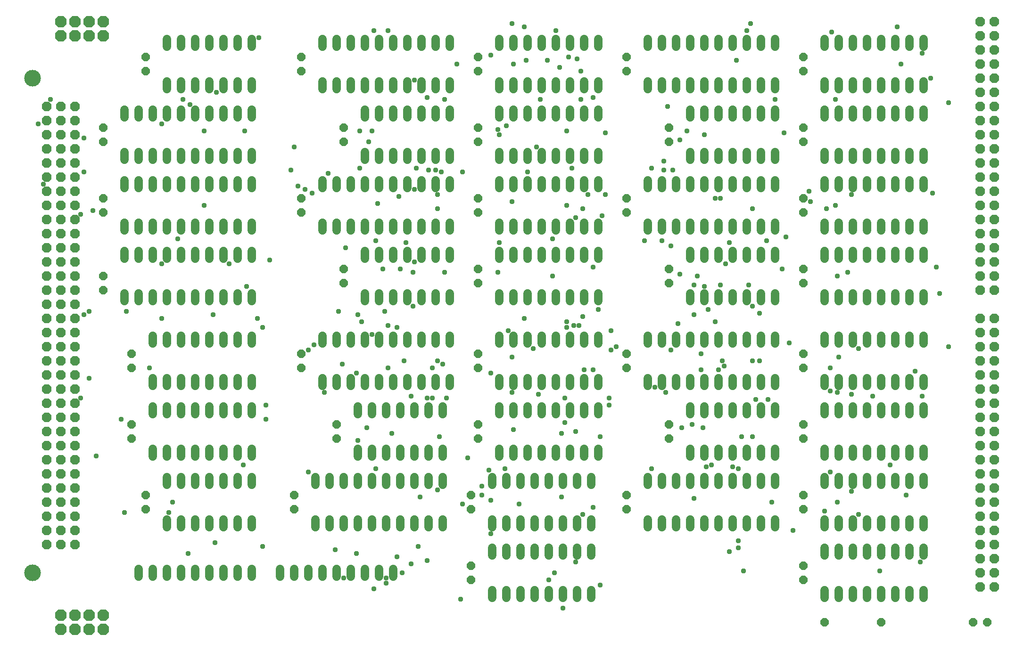
<source format=gbr>
G04 EAGLE Gerber RS-274X export*
G75*
%MOMM*%
%FSLAX34Y34*%
%LPD*%
%INSoldermask Bottom*%
%IPPOS*%
%AMOC8*
5,1,8,0,0,1.08239X$1,22.5*%
G01*
%ADD10P,1.649562X8X112.500000*%
%ADD11C,1.524000*%
%ADD12P,2.254402X8X22.500000*%
%ADD13P,1.869504X8X292.500000*%
%ADD14P,1.869504X8X202.500000*%
%ADD15C,2.997200*%
%ADD16P,1.649562X8X202.500000*%
%ADD17C,0.959600*%


D10*
X152400Y901700D03*
X152400Y927100D03*
X812800Y114300D03*
X812800Y139700D03*
X571500Y368300D03*
X571500Y393700D03*
X508000Y495300D03*
X508000Y520700D03*
X508000Y1028700D03*
X508000Y1054100D03*
X584200Y901700D03*
X584200Y927100D03*
X508000Y774700D03*
X508000Y800100D03*
X584200Y647700D03*
X584200Y673100D03*
X228600Y1028700D03*
X228600Y1054100D03*
X495300Y241300D03*
X495300Y266700D03*
X203200Y368300D03*
X203200Y393700D03*
X825500Y368300D03*
X825500Y393700D03*
X152400Y635000D03*
X152400Y660400D03*
X203200Y495300D03*
X203200Y520700D03*
X825500Y901700D03*
X825500Y927100D03*
X825500Y774700D03*
X825500Y800100D03*
X228600Y241300D03*
X228600Y266700D03*
X1168400Y368300D03*
X1168400Y393700D03*
X1092200Y495300D03*
X1092200Y520700D03*
X152400Y774700D03*
X152400Y800100D03*
X1168400Y647700D03*
X1168400Y673100D03*
X1092200Y774700D03*
X1092200Y800100D03*
X1168400Y901700D03*
X1168400Y927100D03*
X1092200Y1028700D03*
X1092200Y1054100D03*
X1409700Y1028700D03*
X1409700Y1054100D03*
X1409700Y901700D03*
X1409700Y927100D03*
X1409700Y368300D03*
X1409700Y393700D03*
X1409700Y114300D03*
X1409700Y139700D03*
X1409700Y774700D03*
X1409700Y800100D03*
X1409700Y495300D03*
X1409700Y520700D03*
X1092200Y241300D03*
X1092200Y266700D03*
X1409700Y241300D03*
X1409700Y266700D03*
X1409700Y647700D03*
X1409700Y673100D03*
X825500Y1028700D03*
X825500Y1054100D03*
X825500Y647700D03*
X825500Y673100D03*
X825500Y495300D03*
X825500Y520700D03*
X812800Y241300D03*
X812800Y266700D03*
D11*
X241300Y336296D02*
X241300Y349504D01*
X266700Y349504D02*
X266700Y336296D01*
X393700Y336296D02*
X393700Y349504D01*
X419100Y349504D02*
X419100Y336296D01*
X292100Y336296D02*
X292100Y349504D01*
X317500Y349504D02*
X317500Y336296D01*
X368300Y336296D02*
X368300Y349504D01*
X342900Y349504D02*
X342900Y336296D01*
X419100Y412496D02*
X419100Y425704D01*
X393700Y425704D02*
X393700Y412496D01*
X368300Y412496D02*
X368300Y425704D01*
X342900Y425704D02*
X342900Y412496D01*
X317500Y412496D02*
X317500Y425704D01*
X292100Y425704D02*
X292100Y412496D01*
X266700Y412496D02*
X266700Y425704D01*
X241300Y425704D02*
X241300Y412496D01*
X190500Y869696D02*
X190500Y882904D01*
X215900Y882904D02*
X215900Y869696D01*
X342900Y869696D02*
X342900Y882904D01*
X368300Y882904D02*
X368300Y869696D01*
X241300Y869696D02*
X241300Y882904D01*
X266700Y882904D02*
X266700Y869696D01*
X317500Y869696D02*
X317500Y882904D01*
X292100Y882904D02*
X292100Y869696D01*
X393700Y869696D02*
X393700Y882904D01*
X419100Y882904D02*
X419100Y869696D01*
X419100Y945896D02*
X419100Y959104D01*
X393700Y959104D02*
X393700Y945896D01*
X368300Y945896D02*
X368300Y959104D01*
X342900Y959104D02*
X342900Y945896D01*
X317500Y945896D02*
X317500Y959104D01*
X292100Y959104D02*
X292100Y945896D01*
X266700Y945896D02*
X266700Y959104D01*
X241300Y959104D02*
X241300Y945896D01*
X215900Y945896D02*
X215900Y959104D01*
X190500Y959104D02*
X190500Y945896D01*
X1447800Y628904D02*
X1447800Y615696D01*
X1473200Y615696D02*
X1473200Y628904D01*
X1600200Y628904D02*
X1600200Y615696D01*
X1625600Y615696D02*
X1625600Y628904D01*
X1498600Y628904D02*
X1498600Y615696D01*
X1524000Y615696D02*
X1524000Y628904D01*
X1574800Y628904D02*
X1574800Y615696D01*
X1549400Y615696D02*
X1549400Y628904D01*
X1625600Y691896D02*
X1625600Y705104D01*
X1600200Y705104D02*
X1600200Y691896D01*
X1574800Y691896D02*
X1574800Y705104D01*
X1549400Y705104D02*
X1549400Y691896D01*
X1524000Y691896D02*
X1524000Y705104D01*
X1498600Y705104D02*
X1498600Y691896D01*
X1473200Y691896D02*
X1473200Y705104D01*
X1447800Y705104D02*
X1447800Y691896D01*
X1447800Y742696D02*
X1447800Y755904D01*
X1473200Y755904D02*
X1473200Y742696D01*
X1600200Y742696D02*
X1600200Y755904D01*
X1625600Y755904D02*
X1625600Y742696D01*
X1498600Y742696D02*
X1498600Y755904D01*
X1524000Y755904D02*
X1524000Y742696D01*
X1574800Y742696D02*
X1574800Y755904D01*
X1549400Y755904D02*
X1549400Y742696D01*
X1625600Y818896D02*
X1625600Y832104D01*
X1600200Y832104D02*
X1600200Y818896D01*
X1574800Y818896D02*
X1574800Y832104D01*
X1549400Y832104D02*
X1549400Y818896D01*
X1524000Y818896D02*
X1524000Y832104D01*
X1498600Y832104D02*
X1498600Y818896D01*
X1473200Y818896D02*
X1473200Y832104D01*
X1447800Y832104D02*
X1447800Y818896D01*
X1447800Y996696D02*
X1447800Y1009904D01*
X1473200Y1009904D02*
X1473200Y996696D01*
X1600200Y996696D02*
X1600200Y1009904D01*
X1625600Y1009904D02*
X1625600Y996696D01*
X1498600Y996696D02*
X1498600Y1009904D01*
X1524000Y1009904D02*
X1524000Y996696D01*
X1574800Y996696D02*
X1574800Y1009904D01*
X1549400Y1009904D02*
X1549400Y996696D01*
X1625600Y1072896D02*
X1625600Y1086104D01*
X1600200Y1086104D02*
X1600200Y1072896D01*
X1574800Y1072896D02*
X1574800Y1086104D01*
X1549400Y1086104D02*
X1549400Y1072896D01*
X1524000Y1072896D02*
X1524000Y1086104D01*
X1498600Y1086104D02*
X1498600Y1072896D01*
X1473200Y1072896D02*
X1473200Y1086104D01*
X1447800Y1086104D02*
X1447800Y1072896D01*
X1447800Y882904D02*
X1447800Y869696D01*
X1473200Y869696D02*
X1473200Y882904D01*
X1600200Y882904D02*
X1600200Y869696D01*
X1625600Y869696D02*
X1625600Y882904D01*
X1498600Y882904D02*
X1498600Y869696D01*
X1524000Y869696D02*
X1524000Y882904D01*
X1574800Y882904D02*
X1574800Y869696D01*
X1549400Y869696D02*
X1549400Y882904D01*
X1625600Y945896D02*
X1625600Y959104D01*
X1600200Y959104D02*
X1600200Y945896D01*
X1574800Y945896D02*
X1574800Y959104D01*
X1549400Y959104D02*
X1549400Y945896D01*
X1524000Y945896D02*
X1524000Y959104D01*
X1498600Y959104D02*
X1498600Y945896D01*
X1473200Y945896D02*
X1473200Y959104D01*
X1447800Y959104D02*
X1447800Y945896D01*
X1130300Y755904D02*
X1130300Y742696D01*
X1155700Y742696D02*
X1155700Y755904D01*
X1282700Y755904D02*
X1282700Y742696D01*
X1308100Y742696D02*
X1308100Y755904D01*
X1181100Y755904D02*
X1181100Y742696D01*
X1206500Y742696D02*
X1206500Y755904D01*
X1257300Y755904D02*
X1257300Y742696D01*
X1231900Y742696D02*
X1231900Y755904D01*
X1333500Y755904D02*
X1333500Y742696D01*
X1358900Y742696D02*
X1358900Y755904D01*
X1358900Y818896D02*
X1358900Y832104D01*
X1333500Y832104D02*
X1333500Y818896D01*
X1308100Y818896D02*
X1308100Y832104D01*
X1282700Y832104D02*
X1282700Y818896D01*
X1257300Y818896D02*
X1257300Y832104D01*
X1231900Y832104D02*
X1231900Y818896D01*
X1206500Y818896D02*
X1206500Y832104D01*
X1181100Y832104D02*
X1181100Y818896D01*
X1155700Y818896D02*
X1155700Y832104D01*
X1130300Y832104D02*
X1130300Y818896D01*
X241300Y476504D02*
X241300Y463296D01*
X266700Y463296D02*
X266700Y476504D01*
X393700Y476504D02*
X393700Y463296D01*
X419100Y463296D02*
X419100Y476504D01*
X292100Y476504D02*
X292100Y463296D01*
X317500Y463296D02*
X317500Y476504D01*
X368300Y476504D02*
X368300Y463296D01*
X342900Y463296D02*
X342900Y476504D01*
X419100Y539496D02*
X419100Y552704D01*
X393700Y552704D02*
X393700Y539496D01*
X368300Y539496D02*
X368300Y552704D01*
X342900Y552704D02*
X342900Y539496D01*
X317500Y539496D02*
X317500Y552704D01*
X292100Y552704D02*
X292100Y539496D01*
X266700Y539496D02*
X266700Y552704D01*
X241300Y552704D02*
X241300Y539496D01*
X1130300Y996696D02*
X1130300Y1009904D01*
X1155700Y1009904D02*
X1155700Y996696D01*
X1282700Y996696D02*
X1282700Y1009904D01*
X1308100Y1009904D02*
X1308100Y996696D01*
X1181100Y996696D02*
X1181100Y1009904D01*
X1206500Y1009904D02*
X1206500Y996696D01*
X1257300Y996696D02*
X1257300Y1009904D01*
X1231900Y1009904D02*
X1231900Y996696D01*
X1333500Y996696D02*
X1333500Y1009904D01*
X1358900Y1009904D02*
X1358900Y996696D01*
X1358900Y1072896D02*
X1358900Y1086104D01*
X1333500Y1086104D02*
X1333500Y1072896D01*
X1308100Y1072896D02*
X1308100Y1086104D01*
X1282700Y1086104D02*
X1282700Y1072896D01*
X1257300Y1072896D02*
X1257300Y1086104D01*
X1231900Y1086104D02*
X1231900Y1072896D01*
X1206500Y1072896D02*
X1206500Y1086104D01*
X1181100Y1086104D02*
X1181100Y1072896D01*
X1155700Y1072896D02*
X1155700Y1086104D01*
X1130300Y1086104D02*
X1130300Y1072896D01*
X190500Y628904D02*
X190500Y615696D01*
X215900Y615696D02*
X215900Y628904D01*
X342900Y628904D02*
X342900Y615696D01*
X368300Y615696D02*
X368300Y628904D01*
X241300Y628904D02*
X241300Y615696D01*
X266700Y615696D02*
X266700Y628904D01*
X317500Y628904D02*
X317500Y615696D01*
X292100Y615696D02*
X292100Y628904D01*
X393700Y628904D02*
X393700Y615696D01*
X419100Y615696D02*
X419100Y628904D01*
X419100Y691896D02*
X419100Y705104D01*
X393700Y705104D02*
X393700Y691896D01*
X368300Y691896D02*
X368300Y705104D01*
X342900Y705104D02*
X342900Y691896D01*
X317500Y691896D02*
X317500Y705104D01*
X292100Y705104D02*
X292100Y691896D01*
X266700Y691896D02*
X266700Y705104D01*
X241300Y705104D02*
X241300Y691896D01*
X215900Y691896D02*
X215900Y705104D01*
X190500Y705104D02*
X190500Y691896D01*
X863600Y996696D02*
X863600Y1009904D01*
X889000Y1009904D02*
X889000Y996696D01*
X1016000Y996696D02*
X1016000Y1009904D01*
X1041400Y1009904D02*
X1041400Y996696D01*
X914400Y996696D02*
X914400Y1009904D01*
X939800Y1009904D02*
X939800Y996696D01*
X990600Y996696D02*
X990600Y1009904D01*
X965200Y1009904D02*
X965200Y996696D01*
X1041400Y1072896D02*
X1041400Y1086104D01*
X1016000Y1086104D02*
X1016000Y1072896D01*
X990600Y1072896D02*
X990600Y1086104D01*
X965200Y1086104D02*
X965200Y1072896D01*
X939800Y1072896D02*
X939800Y1086104D01*
X914400Y1086104D02*
X914400Y1072896D01*
X889000Y1072896D02*
X889000Y1086104D01*
X863600Y1086104D02*
X863600Y1072896D01*
X863600Y882904D02*
X863600Y869696D01*
X889000Y869696D02*
X889000Y882904D01*
X1016000Y882904D02*
X1016000Y869696D01*
X1041400Y869696D02*
X1041400Y882904D01*
X914400Y882904D02*
X914400Y869696D01*
X939800Y869696D02*
X939800Y882904D01*
X990600Y882904D02*
X990600Y869696D01*
X965200Y869696D02*
X965200Y882904D01*
X1041400Y945896D02*
X1041400Y959104D01*
X1016000Y959104D02*
X1016000Y945896D01*
X990600Y945896D02*
X990600Y959104D01*
X965200Y959104D02*
X965200Y945896D01*
X939800Y945896D02*
X939800Y959104D01*
X914400Y959104D02*
X914400Y945896D01*
X889000Y945896D02*
X889000Y959104D01*
X863600Y959104D02*
X863600Y945896D01*
X863600Y755904D02*
X863600Y742696D01*
X889000Y742696D02*
X889000Y755904D01*
X1016000Y755904D02*
X1016000Y742696D01*
X1041400Y742696D02*
X1041400Y755904D01*
X914400Y755904D02*
X914400Y742696D01*
X939800Y742696D02*
X939800Y755904D01*
X990600Y755904D02*
X990600Y742696D01*
X965200Y742696D02*
X965200Y755904D01*
X1041400Y818896D02*
X1041400Y832104D01*
X1016000Y832104D02*
X1016000Y818896D01*
X990600Y818896D02*
X990600Y832104D01*
X965200Y832104D02*
X965200Y818896D01*
X939800Y818896D02*
X939800Y832104D01*
X914400Y832104D02*
X914400Y818896D01*
X889000Y818896D02*
X889000Y832104D01*
X863600Y832104D02*
X863600Y818896D01*
X863600Y628904D02*
X863600Y615696D01*
X889000Y615696D02*
X889000Y628904D01*
X1016000Y628904D02*
X1016000Y615696D01*
X1041400Y615696D02*
X1041400Y628904D01*
X914400Y628904D02*
X914400Y615696D01*
X939800Y615696D02*
X939800Y628904D01*
X990600Y628904D02*
X990600Y615696D01*
X965200Y615696D02*
X965200Y628904D01*
X1041400Y691896D02*
X1041400Y705104D01*
X1016000Y705104D02*
X1016000Y691896D01*
X990600Y691896D02*
X990600Y705104D01*
X965200Y705104D02*
X965200Y691896D01*
X939800Y691896D02*
X939800Y705104D01*
X914400Y705104D02*
X914400Y691896D01*
X889000Y691896D02*
X889000Y705104D01*
X863600Y705104D02*
X863600Y691896D01*
X546100Y996696D02*
X546100Y1009904D01*
X571500Y1009904D02*
X571500Y996696D01*
X698500Y996696D02*
X698500Y1009904D01*
X723900Y1009904D02*
X723900Y996696D01*
X596900Y996696D02*
X596900Y1009904D01*
X622300Y1009904D02*
X622300Y996696D01*
X673100Y996696D02*
X673100Y1009904D01*
X647700Y1009904D02*
X647700Y996696D01*
X749300Y996696D02*
X749300Y1009904D01*
X774700Y1009904D02*
X774700Y996696D01*
X774700Y1072896D02*
X774700Y1086104D01*
X749300Y1086104D02*
X749300Y1072896D01*
X723900Y1072896D02*
X723900Y1086104D01*
X698500Y1086104D02*
X698500Y1072896D01*
X673100Y1072896D02*
X673100Y1086104D01*
X647700Y1086104D02*
X647700Y1072896D01*
X622300Y1072896D02*
X622300Y1086104D01*
X596900Y1086104D02*
X596900Y1072896D01*
X571500Y1072896D02*
X571500Y1086104D01*
X546100Y1086104D02*
X546100Y1072896D01*
X546100Y755904D02*
X546100Y742696D01*
X571500Y742696D02*
X571500Y755904D01*
X698500Y755904D02*
X698500Y742696D01*
X723900Y742696D02*
X723900Y755904D01*
X596900Y755904D02*
X596900Y742696D01*
X622300Y742696D02*
X622300Y755904D01*
X673100Y755904D02*
X673100Y742696D01*
X647700Y742696D02*
X647700Y755904D01*
X749300Y755904D02*
X749300Y742696D01*
X774700Y742696D02*
X774700Y755904D01*
X774700Y818896D02*
X774700Y832104D01*
X749300Y832104D02*
X749300Y818896D01*
X723900Y818896D02*
X723900Y832104D01*
X698500Y832104D02*
X698500Y818896D01*
X673100Y818896D02*
X673100Y832104D01*
X647700Y832104D02*
X647700Y818896D01*
X622300Y818896D02*
X622300Y832104D01*
X596900Y832104D02*
X596900Y818896D01*
X571500Y818896D02*
X571500Y832104D01*
X546100Y832104D02*
X546100Y818896D01*
X1447800Y95504D02*
X1447800Y82296D01*
X1473200Y82296D02*
X1473200Y95504D01*
X1600200Y95504D02*
X1600200Y82296D01*
X1625600Y82296D02*
X1625600Y95504D01*
X1498600Y95504D02*
X1498600Y82296D01*
X1524000Y82296D02*
X1524000Y95504D01*
X1574800Y95504D02*
X1574800Y82296D01*
X1549400Y82296D02*
X1549400Y95504D01*
X1625600Y158496D02*
X1625600Y171704D01*
X1600200Y171704D02*
X1600200Y158496D01*
X1574800Y158496D02*
X1574800Y171704D01*
X1549400Y171704D02*
X1549400Y158496D01*
X1524000Y158496D02*
X1524000Y171704D01*
X1498600Y171704D02*
X1498600Y158496D01*
X1473200Y158496D02*
X1473200Y171704D01*
X1447800Y171704D02*
X1447800Y158496D01*
X863600Y463296D02*
X863600Y476504D01*
X889000Y476504D02*
X889000Y463296D01*
X1016000Y463296D02*
X1016000Y476504D01*
X1041400Y476504D02*
X1041400Y463296D01*
X914400Y463296D02*
X914400Y476504D01*
X939800Y476504D02*
X939800Y463296D01*
X990600Y463296D02*
X990600Y476504D01*
X965200Y476504D02*
X965200Y463296D01*
X1041400Y539496D02*
X1041400Y552704D01*
X1016000Y552704D02*
X1016000Y539496D01*
X990600Y539496D02*
X990600Y552704D01*
X965200Y552704D02*
X965200Y539496D01*
X939800Y539496D02*
X939800Y552704D01*
X914400Y552704D02*
X914400Y539496D01*
X889000Y539496D02*
X889000Y552704D01*
X863600Y552704D02*
X863600Y539496D01*
X863600Y349504D02*
X863600Y336296D01*
X889000Y336296D02*
X889000Y349504D01*
X1016000Y349504D02*
X1016000Y336296D01*
X1041400Y336296D02*
X1041400Y349504D01*
X914400Y349504D02*
X914400Y336296D01*
X939800Y336296D02*
X939800Y349504D01*
X990600Y349504D02*
X990600Y336296D01*
X965200Y336296D02*
X965200Y349504D01*
X1041400Y412496D02*
X1041400Y425704D01*
X1016000Y425704D02*
X1016000Y412496D01*
X990600Y412496D02*
X990600Y425704D01*
X965200Y425704D02*
X965200Y412496D01*
X939800Y412496D02*
X939800Y425704D01*
X914400Y425704D02*
X914400Y412496D01*
X889000Y412496D02*
X889000Y425704D01*
X863600Y425704D02*
X863600Y412496D01*
X850900Y222504D02*
X850900Y209296D01*
X876300Y209296D02*
X876300Y222504D01*
X1003300Y222504D02*
X1003300Y209296D01*
X1028700Y209296D02*
X1028700Y222504D01*
X901700Y222504D02*
X901700Y209296D01*
X927100Y209296D02*
X927100Y222504D01*
X977900Y222504D02*
X977900Y209296D01*
X952500Y209296D02*
X952500Y222504D01*
X1028700Y285496D02*
X1028700Y298704D01*
X1003300Y298704D02*
X1003300Y285496D01*
X977900Y285496D02*
X977900Y298704D01*
X952500Y298704D02*
X952500Y285496D01*
X927100Y285496D02*
X927100Y298704D01*
X901700Y298704D02*
X901700Y285496D01*
X876300Y285496D02*
X876300Y298704D01*
X850900Y298704D02*
X850900Y285496D01*
X850900Y95504D02*
X850900Y82296D01*
X876300Y82296D02*
X876300Y95504D01*
X1003300Y95504D02*
X1003300Y82296D01*
X1028700Y82296D02*
X1028700Y95504D01*
X901700Y95504D02*
X901700Y82296D01*
X927100Y82296D02*
X927100Y95504D01*
X977900Y95504D02*
X977900Y82296D01*
X952500Y82296D02*
X952500Y95504D01*
X1028700Y158496D02*
X1028700Y171704D01*
X1003300Y171704D02*
X1003300Y158496D01*
X977900Y158496D02*
X977900Y171704D01*
X952500Y171704D02*
X952500Y158496D01*
X927100Y158496D02*
X927100Y171704D01*
X901700Y171704D02*
X901700Y158496D01*
X876300Y158496D02*
X876300Y171704D01*
X850900Y171704D02*
X850900Y158496D01*
X190500Y742696D02*
X190500Y755904D01*
X215900Y755904D02*
X215900Y742696D01*
X342900Y742696D02*
X342900Y755904D01*
X368300Y755904D02*
X368300Y742696D01*
X241300Y742696D02*
X241300Y755904D01*
X266700Y755904D02*
X266700Y742696D01*
X317500Y742696D02*
X317500Y755904D01*
X292100Y755904D02*
X292100Y742696D01*
X393700Y742696D02*
X393700Y755904D01*
X419100Y755904D02*
X419100Y742696D01*
X419100Y818896D02*
X419100Y832104D01*
X393700Y832104D02*
X393700Y818896D01*
X368300Y818896D02*
X368300Y832104D01*
X342900Y832104D02*
X342900Y818896D01*
X317500Y818896D02*
X317500Y832104D01*
X292100Y832104D02*
X292100Y818896D01*
X266700Y818896D02*
X266700Y832104D01*
X241300Y832104D02*
X241300Y818896D01*
X215900Y818896D02*
X215900Y832104D01*
X190500Y832104D02*
X190500Y818896D01*
X546100Y476504D02*
X546100Y463296D01*
X571500Y463296D02*
X571500Y476504D01*
X698500Y476504D02*
X698500Y463296D01*
X723900Y463296D02*
X723900Y476504D01*
X596900Y476504D02*
X596900Y463296D01*
X622300Y463296D02*
X622300Y476504D01*
X673100Y476504D02*
X673100Y463296D01*
X647700Y463296D02*
X647700Y476504D01*
X749300Y476504D02*
X749300Y463296D01*
X774700Y463296D02*
X774700Y476504D01*
X774700Y539496D02*
X774700Y552704D01*
X749300Y552704D02*
X749300Y539496D01*
X723900Y539496D02*
X723900Y552704D01*
X698500Y552704D02*
X698500Y539496D01*
X673100Y539496D02*
X673100Y552704D01*
X647700Y552704D02*
X647700Y539496D01*
X622300Y539496D02*
X622300Y552704D01*
X596900Y552704D02*
X596900Y539496D01*
X571500Y539496D02*
X571500Y552704D01*
X546100Y552704D02*
X546100Y539496D01*
X533400Y222504D02*
X533400Y209296D01*
X558800Y209296D02*
X558800Y222504D01*
X685800Y222504D02*
X685800Y209296D01*
X711200Y209296D02*
X711200Y222504D01*
X584200Y222504D02*
X584200Y209296D01*
X609600Y209296D02*
X609600Y222504D01*
X660400Y222504D02*
X660400Y209296D01*
X635000Y209296D02*
X635000Y222504D01*
X736600Y222504D02*
X736600Y209296D01*
X762000Y209296D02*
X762000Y222504D01*
X762000Y285496D02*
X762000Y298704D01*
X736600Y298704D02*
X736600Y285496D01*
X711200Y285496D02*
X711200Y298704D01*
X685800Y298704D02*
X685800Y285496D01*
X660400Y285496D02*
X660400Y298704D01*
X635000Y298704D02*
X635000Y285496D01*
X609600Y285496D02*
X609600Y298704D01*
X584200Y298704D02*
X584200Y285496D01*
X558800Y285496D02*
X558800Y298704D01*
X533400Y298704D02*
X533400Y285496D01*
X1447800Y222504D02*
X1447800Y209296D01*
X1473200Y209296D02*
X1473200Y222504D01*
X1600200Y222504D02*
X1600200Y209296D01*
X1625600Y209296D02*
X1625600Y222504D01*
X1498600Y222504D02*
X1498600Y209296D01*
X1524000Y209296D02*
X1524000Y222504D01*
X1574800Y222504D02*
X1574800Y209296D01*
X1549400Y209296D02*
X1549400Y222504D01*
X1625600Y285496D02*
X1625600Y298704D01*
X1600200Y298704D02*
X1600200Y285496D01*
X1574800Y285496D02*
X1574800Y298704D01*
X1549400Y298704D02*
X1549400Y285496D01*
X1524000Y285496D02*
X1524000Y298704D01*
X1498600Y298704D02*
X1498600Y285496D01*
X1473200Y285496D02*
X1473200Y298704D01*
X1447800Y298704D02*
X1447800Y285496D01*
X1447800Y336296D02*
X1447800Y349504D01*
X1473200Y349504D02*
X1473200Y336296D01*
X1600200Y336296D02*
X1600200Y349504D01*
X1625600Y349504D02*
X1625600Y336296D01*
X1498600Y336296D02*
X1498600Y349504D01*
X1524000Y349504D02*
X1524000Y336296D01*
X1574800Y336296D02*
X1574800Y349504D01*
X1549400Y349504D02*
X1549400Y336296D01*
X1625600Y412496D02*
X1625600Y425704D01*
X1600200Y425704D02*
X1600200Y412496D01*
X1574800Y412496D02*
X1574800Y425704D01*
X1549400Y425704D02*
X1549400Y412496D01*
X1524000Y412496D02*
X1524000Y425704D01*
X1498600Y425704D02*
X1498600Y412496D01*
X1473200Y412496D02*
X1473200Y425704D01*
X1447800Y425704D02*
X1447800Y412496D01*
X1447800Y463296D02*
X1447800Y476504D01*
X1473200Y476504D02*
X1473200Y463296D01*
X1600200Y463296D02*
X1600200Y476504D01*
X1625600Y476504D02*
X1625600Y463296D01*
X1498600Y463296D02*
X1498600Y476504D01*
X1524000Y476504D02*
X1524000Y463296D01*
X1574800Y463296D02*
X1574800Y476504D01*
X1549400Y476504D02*
X1549400Y463296D01*
X1625600Y539496D02*
X1625600Y552704D01*
X1600200Y552704D02*
X1600200Y539496D01*
X1574800Y539496D02*
X1574800Y552704D01*
X1549400Y552704D02*
X1549400Y539496D01*
X1524000Y539496D02*
X1524000Y552704D01*
X1498600Y552704D02*
X1498600Y539496D01*
X1473200Y539496D02*
X1473200Y552704D01*
X1447800Y552704D02*
X1447800Y539496D01*
X1130300Y222504D02*
X1130300Y209296D01*
X1155700Y209296D02*
X1155700Y222504D01*
X1282700Y222504D02*
X1282700Y209296D01*
X1308100Y209296D02*
X1308100Y222504D01*
X1181100Y222504D02*
X1181100Y209296D01*
X1206500Y209296D02*
X1206500Y222504D01*
X1257300Y222504D02*
X1257300Y209296D01*
X1231900Y209296D02*
X1231900Y222504D01*
X1333500Y222504D02*
X1333500Y209296D01*
X1358900Y209296D02*
X1358900Y222504D01*
X1358900Y285496D02*
X1358900Y298704D01*
X1333500Y298704D02*
X1333500Y285496D01*
X1308100Y285496D02*
X1308100Y298704D01*
X1282700Y298704D02*
X1282700Y285496D01*
X1257300Y285496D02*
X1257300Y298704D01*
X1231900Y298704D02*
X1231900Y285496D01*
X1206500Y285496D02*
X1206500Y298704D01*
X1181100Y298704D02*
X1181100Y285496D01*
X1155700Y285496D02*
X1155700Y298704D01*
X1130300Y298704D02*
X1130300Y285496D01*
X1130300Y463296D02*
X1130300Y476504D01*
X1155700Y476504D02*
X1155700Y463296D01*
X1282700Y463296D02*
X1282700Y476504D01*
X1308100Y476504D02*
X1308100Y463296D01*
X1181100Y463296D02*
X1181100Y476504D01*
X1206500Y476504D02*
X1206500Y463296D01*
X1257300Y463296D02*
X1257300Y476504D01*
X1231900Y476504D02*
X1231900Y463296D01*
X1333500Y463296D02*
X1333500Y476504D01*
X1358900Y476504D02*
X1358900Y463296D01*
X1358900Y539496D02*
X1358900Y552704D01*
X1333500Y552704D02*
X1333500Y539496D01*
X1308100Y539496D02*
X1308100Y552704D01*
X1282700Y552704D02*
X1282700Y539496D01*
X1257300Y539496D02*
X1257300Y552704D01*
X1231900Y552704D02*
X1231900Y539496D01*
X1206500Y539496D02*
X1206500Y552704D01*
X1181100Y552704D02*
X1181100Y539496D01*
X1155700Y539496D02*
X1155700Y552704D01*
X1130300Y552704D02*
X1130300Y539496D01*
D12*
X76200Y25400D03*
X76200Y50800D03*
X101600Y25400D03*
X101600Y50800D03*
X127000Y25400D03*
X127000Y50800D03*
X152400Y25400D03*
X152400Y50800D03*
X76200Y1092200D03*
X76200Y1117600D03*
X101600Y1092200D03*
X101600Y1117600D03*
X127000Y1092200D03*
X127000Y1117600D03*
X152400Y1092200D03*
X152400Y1117600D03*
D13*
X1727200Y1117600D03*
X1752600Y1117600D03*
X1727200Y1092200D03*
X1752600Y1092200D03*
X1727200Y1066800D03*
X1752600Y1066800D03*
X1727200Y1041400D03*
X1752600Y1041400D03*
X1727200Y1016000D03*
X1752600Y1016000D03*
X1727200Y990600D03*
X1752600Y990600D03*
X1727200Y965200D03*
X1752600Y965200D03*
X1727200Y939800D03*
X1752600Y939800D03*
X1727200Y914400D03*
X1752600Y914400D03*
X1727200Y889000D03*
X1752600Y889000D03*
X1727200Y863600D03*
X1752600Y863600D03*
X1727200Y838200D03*
X1752600Y838200D03*
X1727200Y812800D03*
X1752600Y812800D03*
X1727200Y787400D03*
X1752600Y787400D03*
X1727200Y762000D03*
X1752600Y762000D03*
X1727200Y736600D03*
X1752600Y736600D03*
X1727200Y711200D03*
X1752600Y711200D03*
X1727200Y685800D03*
X1752600Y685800D03*
X1727200Y660400D03*
X1752600Y660400D03*
X1727200Y635000D03*
X1752600Y635000D03*
X1727200Y584200D03*
X1752600Y584200D03*
X1727200Y558800D03*
X1752600Y558800D03*
X1727200Y533400D03*
X1752600Y533400D03*
X1727200Y508000D03*
X1752600Y508000D03*
X1727200Y482600D03*
X1752600Y482600D03*
X1727200Y457200D03*
X1752600Y457200D03*
X1727200Y431800D03*
X1752600Y431800D03*
X1727200Y406400D03*
X1752600Y406400D03*
X1727200Y381000D03*
X1752600Y381000D03*
X1727200Y355600D03*
X1752600Y355600D03*
X1727200Y330200D03*
X1752600Y330200D03*
X1727200Y304800D03*
X1752600Y304800D03*
X1727200Y279400D03*
X1752600Y279400D03*
X1727200Y254000D03*
X1752600Y254000D03*
X1727200Y228600D03*
X1752600Y228600D03*
X1727200Y203200D03*
X1752600Y203200D03*
X1727200Y177800D03*
X1752600Y177800D03*
X1727200Y152400D03*
X1752600Y152400D03*
X1727200Y127000D03*
X1752600Y127000D03*
X1727200Y101600D03*
X1752600Y101600D03*
D11*
X673100Y120396D02*
X673100Y133604D01*
X647700Y133604D02*
X647700Y120396D01*
X622300Y120396D02*
X622300Y133604D01*
X596900Y133604D02*
X596900Y120396D01*
X571500Y120396D02*
X571500Y133604D01*
X546100Y133604D02*
X546100Y120396D01*
X520700Y120396D02*
X520700Y133604D01*
X495300Y133604D02*
X495300Y120396D01*
X469900Y120396D02*
X469900Y133604D01*
X419100Y133604D02*
X419100Y120396D01*
X393700Y120396D02*
X393700Y133604D01*
X368300Y133604D02*
X368300Y120396D01*
X342900Y120396D02*
X342900Y133604D01*
X317500Y133604D02*
X317500Y120396D01*
X292100Y120396D02*
X292100Y133604D01*
X266700Y133604D02*
X266700Y120396D01*
X241300Y120396D02*
X241300Y133604D01*
X215900Y133604D02*
X215900Y120396D01*
D14*
X50800Y177800D03*
X50800Y203200D03*
X50800Y228600D03*
X50800Y254000D03*
X50800Y279400D03*
X50800Y304800D03*
X50800Y330200D03*
X50800Y355600D03*
X50800Y381000D03*
X50800Y406400D03*
X50800Y431800D03*
X50800Y457200D03*
X50800Y482600D03*
X50800Y508000D03*
X50800Y533400D03*
X50800Y558800D03*
X76200Y177800D03*
X76200Y203200D03*
X76200Y228600D03*
X76200Y254000D03*
X76200Y279400D03*
X76200Y304800D03*
X76200Y330200D03*
X76200Y355600D03*
X76200Y381000D03*
X76200Y406400D03*
X76200Y431800D03*
X76200Y457200D03*
X76200Y482600D03*
X76200Y508000D03*
X76200Y533400D03*
X76200Y558800D03*
X101600Y177800D03*
X101600Y203200D03*
X101600Y228600D03*
X101600Y254000D03*
X101600Y279400D03*
X101600Y304800D03*
X101600Y330200D03*
X101600Y355600D03*
X101600Y381000D03*
X101600Y406400D03*
X101600Y431800D03*
X101600Y457200D03*
X101600Y482600D03*
X101600Y508000D03*
X101600Y533400D03*
X101600Y558800D03*
X50800Y584200D03*
X50800Y609600D03*
X50800Y635000D03*
X50800Y660400D03*
X50800Y685800D03*
X50800Y711200D03*
X50800Y736600D03*
X50800Y762000D03*
X50800Y787400D03*
X50800Y812800D03*
X50800Y838200D03*
X50800Y863600D03*
X50800Y889000D03*
X50800Y914400D03*
X50800Y939800D03*
X50800Y965200D03*
X76200Y584200D03*
X76200Y609600D03*
X76200Y635000D03*
X76200Y660400D03*
X76200Y685800D03*
X76200Y711200D03*
X76200Y736600D03*
X76200Y762000D03*
X76200Y787400D03*
X76200Y812800D03*
X76200Y838200D03*
X76200Y863600D03*
X76200Y889000D03*
X76200Y914400D03*
X76200Y939800D03*
X76200Y965200D03*
X101600Y584200D03*
X101600Y609600D03*
X101600Y635000D03*
X101600Y660400D03*
X101600Y685800D03*
X101600Y711200D03*
X101600Y736600D03*
X101600Y762000D03*
X101600Y787400D03*
X101600Y812800D03*
X101600Y838200D03*
X101600Y863600D03*
X101600Y889000D03*
X101600Y914400D03*
X101600Y939800D03*
X101600Y965200D03*
D15*
X25400Y1016064D03*
X25400Y126936D03*
D16*
X1739900Y38100D03*
X1714500Y38100D03*
X1549400Y38100D03*
X1447800Y38100D03*
D11*
X266700Y209296D02*
X266700Y222504D01*
X292100Y222504D02*
X292100Y209296D01*
X419100Y209296D02*
X419100Y222504D01*
X419100Y285496D02*
X419100Y298704D01*
X317500Y222504D02*
X317500Y209296D01*
X342900Y209296D02*
X342900Y222504D01*
X393700Y222504D02*
X393700Y209296D01*
X368300Y209296D02*
X368300Y222504D01*
X393700Y285496D02*
X393700Y298704D01*
X368300Y298704D02*
X368300Y285496D01*
X342900Y285496D02*
X342900Y298704D01*
X317500Y298704D02*
X317500Y285496D01*
X292100Y285496D02*
X292100Y298704D01*
X266700Y298704D02*
X266700Y285496D01*
X609600Y336296D02*
X609600Y349504D01*
X635000Y349504D02*
X635000Y336296D01*
X762000Y336296D02*
X762000Y349504D01*
X762000Y412496D02*
X762000Y425704D01*
X660400Y349504D02*
X660400Y336296D01*
X685800Y336296D02*
X685800Y349504D01*
X736600Y349504D02*
X736600Y336296D01*
X711200Y336296D02*
X711200Y349504D01*
X736600Y412496D02*
X736600Y425704D01*
X711200Y425704D02*
X711200Y412496D01*
X685800Y412496D02*
X685800Y425704D01*
X660400Y425704D02*
X660400Y412496D01*
X635000Y412496D02*
X635000Y425704D01*
X609600Y425704D02*
X609600Y412496D01*
X622300Y615696D02*
X622300Y628904D01*
X647700Y628904D02*
X647700Y615696D01*
X774700Y615696D02*
X774700Y628904D01*
X774700Y691896D02*
X774700Y705104D01*
X673100Y628904D02*
X673100Y615696D01*
X698500Y615696D02*
X698500Y628904D01*
X749300Y628904D02*
X749300Y615696D01*
X723900Y615696D02*
X723900Y628904D01*
X749300Y691896D02*
X749300Y705104D01*
X723900Y705104D02*
X723900Y691896D01*
X698500Y691896D02*
X698500Y705104D01*
X673100Y705104D02*
X673100Y691896D01*
X647700Y691896D02*
X647700Y705104D01*
X622300Y705104D02*
X622300Y691896D01*
X622300Y869696D02*
X622300Y882904D01*
X647700Y882904D02*
X647700Y869696D01*
X774700Y869696D02*
X774700Y882904D01*
X774700Y945896D02*
X774700Y959104D01*
X673100Y882904D02*
X673100Y869696D01*
X698500Y869696D02*
X698500Y882904D01*
X749300Y882904D02*
X749300Y869696D01*
X723900Y869696D02*
X723900Y882904D01*
X749300Y945896D02*
X749300Y959104D01*
X723900Y959104D02*
X723900Y945896D01*
X698500Y945896D02*
X698500Y959104D01*
X673100Y959104D02*
X673100Y945896D01*
X647700Y945896D02*
X647700Y959104D01*
X622300Y959104D02*
X622300Y945896D01*
X1206500Y349504D02*
X1206500Y336296D01*
X1231900Y336296D02*
X1231900Y349504D01*
X1358900Y349504D02*
X1358900Y336296D01*
X1358900Y412496D02*
X1358900Y425704D01*
X1257300Y349504D02*
X1257300Y336296D01*
X1282700Y336296D02*
X1282700Y349504D01*
X1333500Y349504D02*
X1333500Y336296D01*
X1308100Y336296D02*
X1308100Y349504D01*
X1333500Y412496D02*
X1333500Y425704D01*
X1308100Y425704D02*
X1308100Y412496D01*
X1282700Y412496D02*
X1282700Y425704D01*
X1257300Y425704D02*
X1257300Y412496D01*
X1231900Y412496D02*
X1231900Y425704D01*
X1206500Y425704D02*
X1206500Y412496D01*
X1206500Y615696D02*
X1206500Y628904D01*
X1231900Y628904D02*
X1231900Y615696D01*
X1358900Y615696D02*
X1358900Y628904D01*
X1358900Y691896D02*
X1358900Y705104D01*
X1257300Y628904D02*
X1257300Y615696D01*
X1282700Y615696D02*
X1282700Y628904D01*
X1333500Y628904D02*
X1333500Y615696D01*
X1308100Y615696D02*
X1308100Y628904D01*
X1333500Y691896D02*
X1333500Y705104D01*
X1308100Y705104D02*
X1308100Y691896D01*
X1282700Y691896D02*
X1282700Y705104D01*
X1257300Y705104D02*
X1257300Y691896D01*
X1231900Y691896D02*
X1231900Y705104D01*
X1206500Y705104D02*
X1206500Y691896D01*
X1206500Y869696D02*
X1206500Y882904D01*
X1231900Y882904D02*
X1231900Y869696D01*
X1358900Y869696D02*
X1358900Y882904D01*
X1358900Y945896D02*
X1358900Y959104D01*
X1257300Y882904D02*
X1257300Y869696D01*
X1282700Y869696D02*
X1282700Y882904D01*
X1333500Y882904D02*
X1333500Y869696D01*
X1308100Y869696D02*
X1308100Y882904D01*
X1333500Y945896D02*
X1333500Y959104D01*
X1308100Y959104D02*
X1308100Y945896D01*
X1282700Y945896D02*
X1282700Y959104D01*
X1257300Y959104D02*
X1257300Y945896D01*
X1231900Y945896D02*
X1231900Y959104D01*
X1206500Y959104D02*
X1206500Y945896D01*
X266700Y996696D02*
X266700Y1009904D01*
X292100Y1009904D02*
X292100Y996696D01*
X419100Y996696D02*
X419100Y1009904D01*
X419100Y1072896D02*
X419100Y1086104D01*
X317500Y1009904D02*
X317500Y996696D01*
X342900Y996696D02*
X342900Y1009904D01*
X393700Y1009904D02*
X393700Y996696D01*
X368300Y996696D02*
X368300Y1009904D01*
X393700Y1072896D02*
X393700Y1086104D01*
X368300Y1086104D02*
X368300Y1072896D01*
X342900Y1072896D02*
X342900Y1086104D01*
X317500Y1086104D02*
X317500Y1072896D01*
X292100Y1072896D02*
X292100Y1086104D01*
X266700Y1086104D02*
X266700Y1072896D01*
D17*
X234950Y495300D03*
X628650Y901700D03*
X609600Y365125D03*
X736600Y850900D03*
X889000Y1041400D03*
X787400Y1041400D03*
X1358900Y977900D03*
X1466850Y977900D03*
X704850Y142875D03*
X885825Y514350D03*
X752475Y508000D03*
X1330325Y508000D03*
X1473200Y514350D03*
X257175Y933450D03*
X847725Y485775D03*
X1225550Y520700D03*
X1073150Y533400D03*
X606425Y485775D03*
X295275Y977900D03*
X1012825Y587375D03*
X657225Y596900D03*
X307975Y968375D03*
X1171575Y527050D03*
X609600Y590550D03*
X1165225Y965200D03*
X885825Y450850D03*
X549275Y450850D03*
X527050Y809625D03*
X1143000Y460375D03*
X1470025Y450850D03*
X1162050Y450850D03*
X644525Y790575D03*
X860425Y923925D03*
X635000Y920750D03*
X520700Y307975D03*
X844550Y311150D03*
X1235075Y317500D03*
X1384300Y539750D03*
X641350Y314325D03*
X1003300Y1050925D03*
X1031875Y492125D03*
X1263650Y508000D03*
X1609725Y488950D03*
X530225Y536575D03*
X514350Y815975D03*
X742950Y495300D03*
X1577975Y1108075D03*
X1060450Y428625D03*
X1323975Y438150D03*
X1060450Y441325D03*
X1622425Y444500D03*
X1533525Y444500D03*
X520700Y527050D03*
X501650Y822325D03*
X711200Y815975D03*
X1031875Y981075D03*
X733425Y981075D03*
X885825Y1114425D03*
X1282700Y317500D03*
X1565275Y320675D03*
X1346200Y438150D03*
X1250950Y577850D03*
X1184275Y574675D03*
X1330325Y593725D03*
X1212850Y590550D03*
X1292225Y314325D03*
X1352550Y254000D03*
X1470025Y254000D03*
X1466850Y787400D03*
X733425Y149225D03*
X752475Y806450D03*
X752475Y781050D03*
X752475Y276225D03*
X679450Y155575D03*
X409575Y641350D03*
X606425Y161925D03*
X304800Y161925D03*
X1000125Y765175D03*
X1012825Y781050D03*
X1012825Y231775D03*
X1641475Y809625D03*
X1031875Y244475D03*
X1047750Y768350D03*
X584200Y117475D03*
X1212850Y260350D03*
X568325Y168275D03*
X587375Y711200D03*
X1171575Y714375D03*
X1250950Y800100D03*
X1422400Y793750D03*
X641350Y723900D03*
X638175Y98425D03*
X860425Y666750D03*
X660400Y107950D03*
X1276350Y165100D03*
X377825Y682625D03*
X1270000Y682625D03*
X711200Y685800D03*
X717550Y174625D03*
X450850Y688975D03*
X438150Y174625D03*
X749300Y850900D03*
X1292225Y171450D03*
X1292225Y184150D03*
X1647825Y676275D03*
X1054100Y806450D03*
X1508125Y530225D03*
X1317625Y508000D03*
X1457325Y495300D03*
X1257300Y492125D03*
X1495425Y447675D03*
X1457325Y454025D03*
X1298575Y371475D03*
X1317625Y371475D03*
X1495425Y273050D03*
X1457325Y307975D03*
X1390650Y203200D03*
X1593850Y266700D03*
X1044575Y104775D03*
X1447800Y238125D03*
X1301750Y130175D03*
X1546225Y130175D03*
X1508125Y231775D03*
X768350Y441325D03*
X981075Y441325D03*
X669925Y377825D03*
X974725Y377825D03*
X742950Y441325D03*
X933450Y447675D03*
X663575Y495300D03*
X762000Y501650D03*
X581025Y501650D03*
X981075Y396875D03*
X1374775Y917575D03*
X1200150Y920750D03*
X1276350Y720725D03*
X1155700Y723900D03*
X1343025Y723900D03*
X1460500Y1098550D03*
X1308100Y1101725D03*
X1289050Y1047750D03*
X1584325Y1041400D03*
X1495425Y806450D03*
X1317625Y781050D03*
X1260475Y800100D03*
X1419225Y812800D03*
X1450975Y781050D03*
X1187450Y663575D03*
X1489075Y666750D03*
X1219200Y660400D03*
X1470025Y660400D03*
X1238250Y600075D03*
X1311275Y644525D03*
X711200Y1012825D03*
X971550Y1035050D03*
X765175Y977900D03*
X936625Y977900D03*
X758825Y847725D03*
X555625Y844550D03*
X695325Y720725D03*
X663575Y1101725D03*
X965200Y1101725D03*
X847725Y1057275D03*
X911225Y1047750D03*
X1314450Y1114425D03*
X949325Y1047750D03*
X987425Y1054100D03*
X1638300Y1016000D03*
X1009650Y1028700D03*
X1054100Y917575D03*
X638175Y1101725D03*
X908050Y1108075D03*
X1622425Y1060450D03*
X612775Y920750D03*
X863600Y914400D03*
X876300Y930275D03*
X984250Y920750D03*
X1670050Y971550D03*
X1009650Y977900D03*
X714375Y854075D03*
X993775Y854075D03*
X1187450Y904875D03*
X1136650Y854075D03*
X796925Y847725D03*
X914400Y847725D03*
X1174750Y850900D03*
X1158875Y866775D03*
X930275Y892175D03*
X885825Y793750D03*
X682625Y803275D03*
X984250Y787400D03*
X1654175Y628650D03*
X1041400Y600075D03*
X1022350Y806450D03*
X1377950Y730250D03*
X1371600Y673100D03*
X1031875Y676275D03*
X863600Y720725D03*
X1158875Y850900D03*
X1123950Y723900D03*
X685800Y673100D03*
X958850Y660400D03*
X958850Y727075D03*
X923925Y530225D03*
X1670050Y533400D03*
X1063625Y561975D03*
X1063625Y527050D03*
X879475Y561975D03*
X1209675Y393700D03*
X1136650Y314325D03*
X873125Y314325D03*
X679450Y568325D03*
X984250Y568325D03*
X996950Y571500D03*
X984250Y577850D03*
X1006475Y571500D03*
X793750Y79375D03*
X977900Y63500D03*
X660400Y117475D03*
X952500Y114300D03*
X847725Y196850D03*
X831850Y282575D03*
X831850Y266700D03*
X974725Y263525D03*
X1619250Y146050D03*
X1000125Y146050D03*
X688975Y127000D03*
X962025Y127000D03*
X720725Y263525D03*
X847725Y257175D03*
X796925Y250825D03*
X898525Y250825D03*
X806450Y333375D03*
X1044575Y371475D03*
X1016000Y492125D03*
X1000125Y381000D03*
X625475Y387350D03*
X889000Y384175D03*
X755650Y371475D03*
X708025Y666750D03*
X765175Y666750D03*
X1212850Y644525D03*
X1260475Y644525D03*
X403225Y320675D03*
X1244600Y320675D03*
X733425Y441325D03*
X111125Y441325D03*
X269875Y234950D03*
X127000Y476250D03*
X352425Y180975D03*
X184150Y403225D03*
X355600Y990600D03*
X438150Y568325D03*
X349250Y590550D03*
X193675Y596900D03*
X431800Y1089025D03*
X444500Y403225D03*
X495300Y892175D03*
X444500Y428625D03*
X488950Y850900D03*
X1231900Y914400D03*
X190500Y234950D03*
X257175Y682625D03*
X285750Y727075D03*
X333375Y787400D03*
X111125Y771525D03*
X133350Y777875D03*
X117475Y847725D03*
X57150Y977900D03*
X333375Y920750D03*
X34925Y933450D03*
X117475Y908050D03*
X44450Y825500D03*
X428625Y584200D03*
X257175Y584200D03*
X574675Y596900D03*
X908050Y584200D03*
X276225Y254000D03*
X406400Y920750D03*
X704850Y444500D03*
X1225550Y492125D03*
X1266825Y498475D03*
X612775Y854075D03*
X127000Y596900D03*
X615950Y577850D03*
X139700Y336550D03*
X708025Y606425D03*
X1317625Y606425D03*
X692150Y508000D03*
X654050Y673100D03*
X1231900Y641350D03*
X1228725Y387350D03*
X1190625Y387350D03*
X635000Y555625D03*
X663575Y571500D03*
X117475Y590550D03*
M02*

</source>
